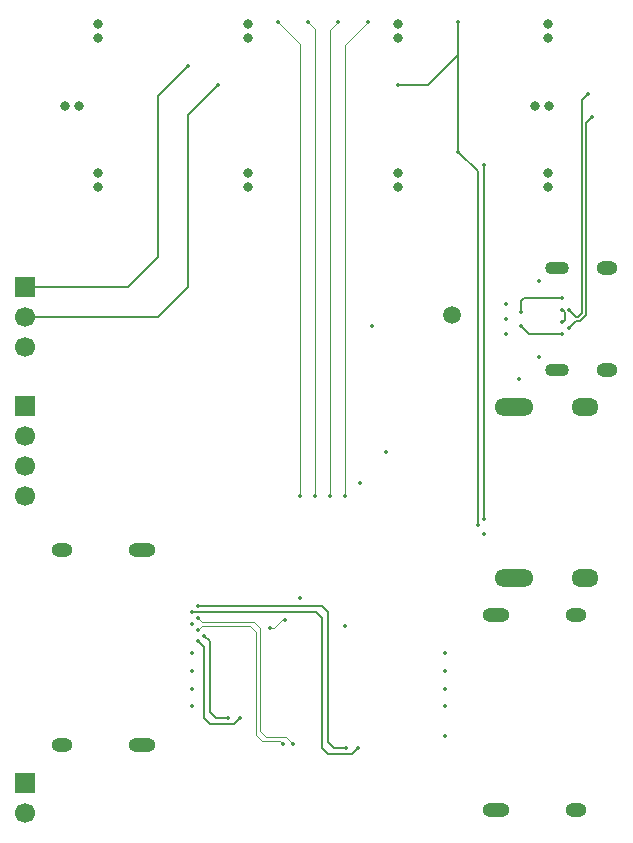
<source format=gbr>
%TF.GenerationSoftware,KiCad,Pcbnew,9.0.1*%
%TF.CreationDate,2025-08-01T22:35:38-04:00*%
%TF.ProjectId,hardwareddc-aux-breakout,68617264-7761-4726-9564-64632d617578,rev?*%
%TF.SameCoordinates,Original*%
%TF.FileFunction,Copper,L4,Bot*%
%TF.FilePolarity,Positive*%
%FSLAX46Y46*%
G04 Gerber Fmt 4.6, Leading zero omitted, Abs format (unit mm)*
G04 Created by KiCad (PCBNEW 9.0.1) date 2025-08-01 22:35:38*
%MOMM*%
%LPD*%
G01*
G04 APERTURE LIST*
%TA.AperFunction,ComponentPad*%
%ADD10O,2.300000X1.200000*%
%TD*%
%TA.AperFunction,ComponentPad*%
%ADD11O,1.800000X1.200000*%
%TD*%
%TA.AperFunction,ComponentPad*%
%ADD12R,1.700000X1.700000*%
%TD*%
%TA.AperFunction,ComponentPad*%
%ADD13C,1.700000*%
%TD*%
%TA.AperFunction,ComponentPad*%
%ADD14O,3.300000X1.500000*%
%TD*%
%TA.AperFunction,ComponentPad*%
%ADD15O,2.300000X1.500000*%
%TD*%
%TA.AperFunction,ComponentPad*%
%ADD16O,2.000000X1.100000*%
%TD*%
%TA.AperFunction,ViaPad*%
%ADD17C,0.350000*%
%TD*%
%TA.AperFunction,ViaPad*%
%ADD18C,0.800000*%
%TD*%
%TA.AperFunction,ViaPad*%
%ADD19C,1.500000*%
%TD*%
%TA.AperFunction,Conductor*%
%ADD20C,0.200000*%
%TD*%
%TA.AperFunction,Conductor*%
%ADD21C,0.120000*%
%TD*%
%TA.AperFunction,Conductor*%
%ADD22C,0.150000*%
%TD*%
G04 APERTURE END LIST*
D10*
%TO.P,J5,21*%
%TO.N,GND*%
X142128200Y-122155000D03*
%TO.P,J5,22*%
X142128200Y-105645000D03*
D11*
%TO.P,J5,23*%
X148910000Y-122155000D03*
%TO.P,J5,24*%
X148910000Y-105645000D03*
%TD*%
D12*
%TO.P,J3,1,Pin_1*%
%TO.N,/SCL*%
X102300000Y-77850000D03*
D13*
%TO.P,J3,2,Pin_2*%
%TO.N,/SDA*%
X102300000Y-80390000D03*
%TO.P,J3,3,Pin_3*%
%TO.N,GND*%
X102300000Y-82930000D03*
%TD*%
D12*
%TO.P,J4,1,Pin_1*%
%TO.N,/AUX_P*%
X102300000Y-119875000D03*
D13*
%TO.P,J4,2,Pin_2*%
%TO.N,/AUX_N*%
X102300000Y-122415000D03*
%TD*%
D12*
%TO.P,J1,1,Pin_1*%
%TO.N,/AUX_R*%
X102300000Y-87968000D03*
D13*
%TO.P,J1,2,Pin_2*%
%TO.N,/AUX_RE*%
X102300000Y-90508000D03*
%TO.P,J1,3,Pin_3*%
%TO.N,/AUX_DE*%
X102300000Y-93048000D03*
%TO.P,J1,4,Pin_4*%
%TO.N,/AUX_D*%
X102300000Y-95588000D03*
%TD*%
D14*
%TO.P,J7,SH,SH*%
%TO.N,GND*%
X143680000Y-102516667D03*
D15*
X149680000Y-102516667D03*
D14*
X143680000Y-88016667D03*
D15*
X149680000Y-88016667D03*
%TD*%
D10*
%TO.P,J6,21*%
%TO.N,GND*%
X112171800Y-100145000D03*
%TO.P,J6,22*%
X112171800Y-116655000D03*
D11*
%TO.P,J6,23*%
X105390000Y-100145000D03*
%TO.P,J6,24*%
X105390000Y-116655000D03*
%TD*%
D16*
%TO.P,J2,S1,SHIELD*%
%TO.N,GND*%
X147375000Y-84923667D03*
D11*
X151575000Y-84923667D03*
D16*
X147375000Y-76273667D03*
D11*
X151575000Y-76273667D03*
%TD*%
D17*
%TO.N,GND*%
X137838400Y-113400000D03*
X116461600Y-108900000D03*
D18*
X133900000Y-56850000D03*
X146600000Y-69430000D03*
D17*
X131680000Y-81200000D03*
X143001333Y-80598667D03*
D18*
X121200000Y-56850000D03*
D17*
X144075000Y-85700000D03*
D18*
X105650000Y-62540000D03*
D17*
X116461600Y-113400000D03*
D18*
X108500000Y-56850000D03*
D17*
X125595000Y-104185000D03*
D18*
X121200000Y-55650000D03*
D17*
X137838400Y-108900000D03*
D18*
X121200000Y-69430000D03*
D17*
X129405000Y-106610000D03*
X116461600Y-110400000D03*
X145825000Y-83798667D03*
D18*
X146650000Y-62540000D03*
D17*
X116461600Y-111900000D03*
D18*
X108500000Y-68230000D03*
X146600000Y-55650000D03*
D17*
X132830000Y-91892667D03*
X130685000Y-94500000D03*
X143055000Y-79348974D03*
D19*
X138480000Y-80282667D03*
D17*
X137838400Y-110400000D03*
X116461600Y-106400000D03*
X143055000Y-81848667D03*
D18*
X121200000Y-68230000D03*
X133900000Y-55650000D03*
D17*
X145835000Y-77398667D03*
D18*
X108500000Y-69430000D03*
X133900000Y-69430000D03*
X108500000Y-55650000D03*
X145450000Y-62540000D03*
X106850000Y-62540000D03*
X146600000Y-68230000D03*
D17*
X137838400Y-115900000D03*
D18*
X133900000Y-68230000D03*
D17*
X137838400Y-111900000D03*
X141120000Y-98766667D03*
D18*
X146600000Y-56850000D03*
D17*
%TO.N,/SDA*%
X118660000Y-60814000D03*
X133900000Y-60814000D03*
X140620000Y-98016667D03*
X138980000Y-55450000D03*
X138980000Y-66450000D03*
%TO.N,/AUX_D*%
X125595000Y-95550000D03*
X123740000Y-55450000D03*
%TO.N,/USB_DP*%
X148325000Y-79848667D03*
X149925000Y-61540000D03*
X147775000Y-79848667D03*
X147775000Y-80848667D03*
%TO.N,/SCL*%
X141120000Y-67590000D03*
X141120000Y-97516667D03*
X116120000Y-59144000D03*
%TO.N,/AUX_R*%
X131360000Y-55450000D03*
X129405000Y-95550000D03*
%TO.N,/AUX_DE*%
X126280000Y-55450000D03*
X126865000Y-95600000D03*
%TO.N,/AUX_RE*%
X128820000Y-55450000D03*
X128135000Y-95550000D03*
%TO.N,Net-(J2-CC1)*%
X147775000Y-81848667D03*
X144325000Y-81223667D03*
%TO.N,Net-(J2-CC2)*%
X147775000Y-78848667D03*
X144325000Y-79973974D03*
%TO.N,/AUX_N*%
X116961600Y-105900000D03*
X124961600Y-116560000D03*
%TO.N,Net-(J5-Pad19)*%
X129461600Y-116900000D03*
X116961600Y-104900000D03*
%TO.N,Net-(J5-Pad18)*%
X116461600Y-105400000D03*
X130461600Y-116900000D03*
%TO.N,/AUX_P*%
X124340000Y-106065000D03*
X116961600Y-106900000D03*
X123020000Y-106735000D03*
X124141600Y-116560000D03*
%TO.N,Net-(J5-Pad14)*%
X119461600Y-114399732D03*
X117461600Y-107400000D03*
%TO.N,Net-(J5-Pad13)*%
X116961600Y-107900000D03*
X120461600Y-114400000D03*
%TO.N,/USB_DN*%
X150275000Y-63540000D03*
X148325000Y-81348667D03*
%TD*%
D20*
%TO.N,/SDA*%
X136440000Y-60814000D02*
X138980000Y-58274000D01*
X140620000Y-98016667D02*
X140620000Y-68090000D01*
X138980000Y-66450000D02*
X140620000Y-68090000D01*
X116120000Y-63354000D02*
X118660000Y-60814000D01*
X113580000Y-80390000D02*
X116120000Y-77850000D01*
X138980000Y-55450000D02*
X138980000Y-66450000D01*
X116120000Y-77850000D02*
X116120000Y-63354000D01*
X102300000Y-80390000D02*
X113580000Y-80390000D01*
X133900000Y-60814000D02*
X136440000Y-60814000D01*
D21*
%TO.N,/AUX_D*%
X123740000Y-55450000D02*
X125595000Y-57305000D01*
X125595000Y-57305000D02*
X125595000Y-95550000D01*
D22*
%TO.N,/USB_DP*%
X147775000Y-80848667D02*
X147975000Y-80648667D01*
X147975000Y-80048667D02*
X147975000Y-80648667D01*
X149425000Y-62040000D02*
X149425000Y-80127512D01*
X149128845Y-80423667D02*
X148900000Y-80423667D01*
X149925000Y-61540000D02*
X149425000Y-62040000D01*
X148900000Y-80423667D02*
X148325000Y-79848667D01*
X149425000Y-80127512D02*
X149128845Y-80423667D01*
X147775000Y-79848667D02*
X147975000Y-80048667D01*
D20*
%TO.N,/SCL*%
X113580000Y-61684000D02*
X116120000Y-59144000D01*
X102300000Y-77850000D02*
X111040000Y-77850000D01*
X111040000Y-77850000D02*
X113580000Y-75310000D01*
X113580000Y-75310000D02*
X113580000Y-61684000D01*
X141120000Y-97516667D02*
X141120000Y-67590000D01*
D21*
%TO.N,/AUX_R*%
X129405000Y-57405000D02*
X129405000Y-95550000D01*
X131360000Y-55450000D02*
X129405000Y-57405000D01*
%TO.N,/AUX_DE*%
X126865000Y-56035000D02*
X126865000Y-95600000D01*
X126280000Y-55450000D02*
X126865000Y-56035000D01*
%TO.N,/AUX_RE*%
X128820000Y-55450000D02*
X128135000Y-56135000D01*
X128135000Y-56135000D02*
X128135000Y-95550000D01*
D20*
%TO.N,Net-(J2-CC1)*%
X147775000Y-81848667D02*
X144951333Y-81848667D01*
X144325000Y-81225000D02*
X144950000Y-81850000D01*
X144951333Y-81848667D02*
X144950000Y-81850000D01*
X144325000Y-81223667D02*
X144325000Y-81225000D01*
%TO.N,Net-(J2-CC2)*%
X144325000Y-79973974D02*
X144325000Y-79048667D01*
X144325000Y-79048667D02*
X144525000Y-78848667D01*
X144525000Y-78848667D02*
X147775000Y-78848667D01*
D21*
%TO.N,/AUX_N*%
X122199500Y-114000000D02*
X122200000Y-114000500D01*
X122700000Y-115990000D02*
X124390000Y-115990000D01*
X124960000Y-116560000D02*
X124961600Y-116560000D01*
X122200000Y-114000500D02*
X122200000Y-115490000D01*
X121699500Y-106239999D02*
X122199500Y-106739999D01*
X117301599Y-106239999D02*
X116961600Y-105900000D01*
X124390000Y-115990000D02*
X124960000Y-116560000D01*
X121699500Y-106239999D02*
X117301599Y-106239999D01*
X122199500Y-106739999D02*
X122199500Y-114000000D01*
X122200000Y-115490000D02*
X122700000Y-115990000D01*
D20*
%TO.N,Net-(J5-Pad19)*%
X127461600Y-104900000D02*
X116961600Y-104900000D01*
X127961600Y-105400000D02*
X127461600Y-104900000D01*
X129461600Y-116900000D02*
X128461600Y-116900000D01*
X127961600Y-116400000D02*
X127961600Y-105400000D01*
X128461600Y-116900000D02*
X127961600Y-116400000D01*
%TO.N,Net-(J5-Pad18)*%
X127961600Y-117400000D02*
X127461600Y-116900000D01*
X127461600Y-116900000D02*
X127461600Y-105900000D01*
X126961600Y-105400000D02*
X116461600Y-105400000D01*
X130461600Y-116900000D02*
X129961600Y-117400000D01*
X129961600Y-117400000D02*
X127961600Y-117400000D01*
X127461600Y-105900000D02*
X126961600Y-105400000D01*
D21*
%TO.N,/AUX_P*%
X124141600Y-116560000D02*
X123891600Y-116310000D01*
X117301599Y-106560001D02*
X116961600Y-106900000D01*
X123020000Y-106735000D02*
X123355000Y-106735000D01*
X121379000Y-106560001D02*
X117301599Y-106560001D01*
X122380000Y-116310000D02*
X121879000Y-115809000D01*
X123355000Y-106735000D02*
X124025000Y-106065000D01*
X123891600Y-116310000D02*
X122380000Y-116310000D01*
X121879000Y-107060001D02*
X121379000Y-106560001D01*
X124025000Y-106065000D02*
X124340000Y-106065000D01*
X121879000Y-115809000D02*
X121879000Y-107060001D01*
D20*
%TO.N,Net-(J5-Pad14)*%
X117961600Y-113899732D02*
X117961600Y-107900000D01*
X117961600Y-107900000D02*
X117461600Y-107400000D01*
X118461600Y-114399732D02*
X119461600Y-114399732D01*
X118461600Y-114399732D02*
X117961600Y-113899732D01*
%TO.N,Net-(J5-Pad13)*%
X117961600Y-114900000D02*
X119961600Y-114900000D01*
X119961600Y-114900000D02*
X120461600Y-114400000D01*
X117461600Y-108400000D02*
X116961600Y-107900000D01*
X117961600Y-114900000D02*
X117461600Y-114400000D01*
X117461600Y-114400000D02*
X117461600Y-108400000D01*
D22*
%TO.N,/USB_DN*%
X149775000Y-80272488D02*
X149273821Y-80773667D01*
X149775000Y-64040000D02*
X149775000Y-80272488D01*
X148900000Y-80773667D02*
X148325000Y-81348667D01*
X150275000Y-63540000D02*
X149775000Y-64040000D01*
X149273821Y-80773667D02*
X148900000Y-80773667D01*
%TD*%
M02*

</source>
